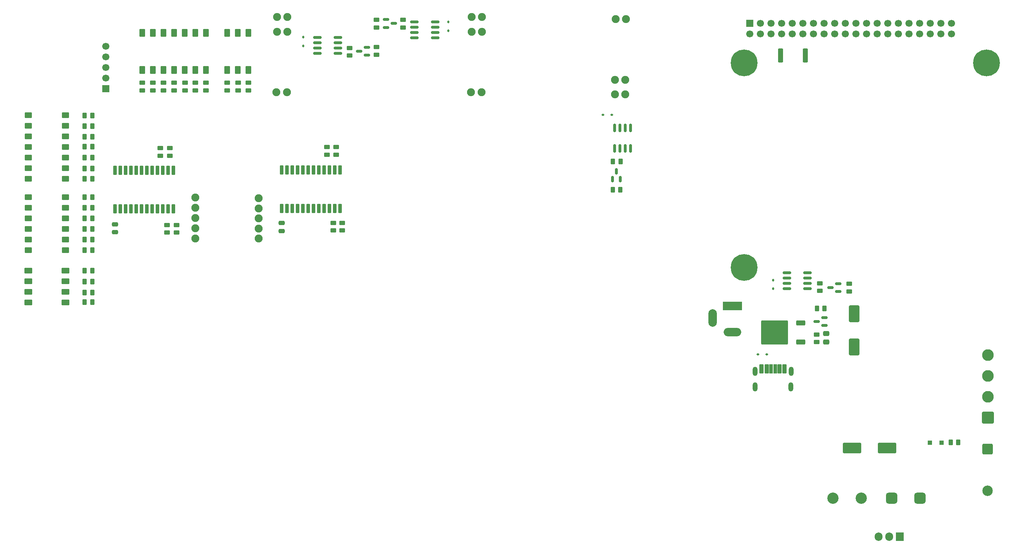
<source format=gbr>
%TF.GenerationSoftware,KiCad,Pcbnew,9.0.2*%
%TF.CreationDate,2025-05-13T16:07:20+08:00*%
%TF.ProjectId,MothBo,4d6f7468-426f-42e6-9b69-6361645f7063,5.0.0*%
%TF.SameCoordinates,Original*%
%TF.FileFunction,Soldermask,Bot*%
%TF.FilePolarity,Negative*%
%FSLAX46Y46*%
G04 Gerber Fmt 4.6, Leading zero omitted, Abs format (unit mm)*
G04 Created by KiCad (PCBNEW 9.0.2) date 2025-05-13 16:07:20*
%MOMM*%
%LPD*%
G01*
G04 APERTURE LIST*
G04 Aperture macros list*
%AMRoundRect*
0 Rectangle with rounded corners*
0 $1 Rounding radius*
0 $2 $3 $4 $5 $6 $7 $8 $9 X,Y pos of 4 corners*
0 Add a 4 corners polygon primitive as box body*
4,1,4,$2,$3,$4,$5,$6,$7,$8,$9,$2,$3,0*
0 Add four circle primitives for the rounded corners*
1,1,$1+$1,$2,$3*
1,1,$1+$1,$4,$5*
1,1,$1+$1,$6,$7*
1,1,$1+$1,$8,$9*
0 Add four rect primitives between the rounded corners*
20,1,$1+$1,$2,$3,$4,$5,0*
20,1,$1+$1,$4,$5,$6,$7,0*
20,1,$1+$1,$6,$7,$8,$9,0*
20,1,$1+$1,$8,$9,$2,$3,0*%
G04 Aperture macros list end*
%ADD10C,1.905000*%
%ADD11RoundRect,0.250000X-0.300000X-0.300000X0.300000X-0.300000X0.300000X0.300000X-0.300000X0.300000X0*%
%ADD12RoundRect,0.112500X0.112500X-0.187500X0.112500X0.187500X-0.112500X0.187500X-0.112500X-0.187500X0*%
%ADD13RoundRect,0.250000X-0.450000X0.262500X-0.450000X-0.262500X0.450000X-0.262500X0.450000X0.262500X0*%
%ADD14RoundRect,0.249997X2.950003X2.650003X-2.950003X2.650003X-2.950003X-2.650003X2.950003X-2.650003X0*%
%ADD15RoundRect,0.250000X0.850000X0.350000X-0.850000X0.350000X-0.850000X-0.350000X0.850000X-0.350000X0*%
%ADD16RoundRect,0.250000X-0.262500X-0.450000X0.262500X-0.450000X0.262500X0.450000X-0.262500X0.450000X0*%
%ADD17RoundRect,0.150000X0.587500X0.150000X-0.587500X0.150000X-0.587500X-0.150000X0.587500X-0.150000X0*%
%ADD18R,1.700000X1.700000*%
%ADD19C,1.700000*%
%ADD20RoundRect,0.250000X0.450000X-0.262500X0.450000X0.262500X-0.450000X0.262500X-0.450000X-0.262500X0*%
%ADD21RoundRect,0.250000X0.262500X0.450000X-0.262500X0.450000X-0.262500X-0.450000X0.262500X-0.450000X0*%
%ADD22RoundRect,0.250000X0.475000X-0.337500X0.475000X0.337500X-0.475000X0.337500X-0.475000X-0.337500X0*%
%ADD23RoundRect,0.112500X-0.112500X0.187500X-0.112500X-0.187500X0.112500X-0.187500X0.112500X0.187500X0*%
%ADD24RoundRect,0.150000X0.150000X-0.587500X0.150000X0.587500X-0.150000X0.587500X-0.150000X-0.587500X0*%
%ADD25RoundRect,0.112500X0.187500X0.112500X-0.187500X0.112500X-0.187500X-0.112500X0.187500X-0.112500X0*%
%ADD26RoundRect,0.102000X0.550000X-0.850000X0.550000X0.850000X-0.550000X0.850000X-0.550000X-0.850000X0*%
%ADD27RoundRect,0.102000X0.750000X0.550000X-0.750000X0.550000X-0.750000X-0.550000X0.750000X-0.550000X0*%
%ADD28RoundRect,0.250001X1.149999X-1.149999X1.149999X1.149999X-1.149999X1.149999X-1.149999X-1.149999X0*%
%ADD29C,2.800000*%
%ADD30C,6.404000*%
%ADD31RoundRect,0.250000X0.475000X-0.250000X0.475000X0.250000X-0.475000X0.250000X-0.475000X-0.250000X0*%
%ADD32RoundRect,0.150000X0.150000X-0.825000X0.150000X0.825000X-0.150000X0.825000X-0.150000X-0.825000X0*%
%ADD33R,4.600000X2.000000*%
%ADD34O,4.200000X2.000000*%
%ADD35O,2.000000X4.200000*%
%ADD36RoundRect,0.675000X0.675000X0.675000X-0.675000X0.675000X-0.675000X-0.675000X0.675000X-0.675000X0*%
%ADD37C,2.700000*%
%ADD38RoundRect,0.150000X-0.825000X-0.150000X0.825000X-0.150000X0.825000X0.150000X-0.825000X0.150000X0*%
%ADD39RoundRect,0.250000X-1.950000X-1.000000X1.950000X-1.000000X1.950000X1.000000X-1.950000X1.000000X0*%
%ADD40RoundRect,0.250000X0.362500X1.425000X-0.362500X1.425000X-0.362500X-1.425000X0.362500X-1.425000X0*%
%ADD41RoundRect,0.100500X-0.301500X1.031500X-0.301500X-1.031500X0.301500X-1.031500X0.301500X1.031500X0*%
%ADD42R,1.905000X2.000000*%
%ADD43O,1.905000X2.000000*%
%ADD44RoundRect,0.150000X0.825000X0.150000X-0.825000X0.150000X-0.825000X-0.150000X0.825000X-0.150000X0*%
%ADD45RoundRect,0.102000X0.850000X0.550000X-0.850000X0.550000X-0.850000X-0.550000X0.850000X-0.550000X0*%
%ADD46C,0.400000*%
%ADD47RoundRect,0.102000X0.350000X1.000000X-0.350000X1.000000X-0.350000X-1.000000X0.350000X-1.000000X0*%
%ADD48RoundRect,0.102000X0.380000X1.000000X-0.380000X1.000000X-0.380000X-1.000000X0.380000X-1.000000X0*%
%ADD49RoundRect,0.102000X0.400000X1.000000X-0.400000X1.000000X-0.400000X-1.000000X0.400000X-1.000000X0*%
%ADD50O,1.204000X2.204000*%
%ADD51RoundRect,0.150000X-0.587500X-0.150000X0.587500X-0.150000X0.587500X0.150000X-0.587500X0.150000X0*%
%ADD52RoundRect,0.250000X1.000000X-1.750000X1.000000X1.750000X-1.000000X1.750000X-1.000000X-1.750000X0*%
%ADD53RoundRect,0.250000X-1.000000X1.000000X-1.000000X-1.000000X1.000000X-1.000000X1.000000X1.000000X0*%
%ADD54C,2.500000*%
G04 APERTURE END LIST*
D10*
%TO.C,A1*%
X140061497Y-70753645D03*
X142561331Y-70753645D03*
X140061497Y-67235671D03*
X142561331Y-67235671D03*
X139928203Y-85258853D03*
X142416361Y-85256585D03*
%TD*%
%TO.C,A2*%
X176854864Y-82268611D03*
X174355030Y-82268611D03*
X176854864Y-85786585D03*
X174355030Y-85786585D03*
X176988158Y-67763403D03*
X174500000Y-67765671D03*
%TD*%
%TO.C,A3*%
X93500000Y-70765671D03*
X95999834Y-70765671D03*
X93500000Y-67247697D03*
X95999834Y-67247697D03*
X93366706Y-85270879D03*
X95854864Y-85268611D03*
%TD*%
D11*
%TO.C,E1*%
X249700000Y-169225671D03*
X252500000Y-169225671D03*
%TD*%
D12*
%TO.C,D36*%
X212180000Y-132373171D03*
X212180000Y-130273171D03*
%TD*%
D13*
%TO.C,R81*%
X230390000Y-131163171D03*
X230390000Y-132988171D03*
%TD*%
D14*
%TO.C,Q2*%
X212550000Y-142835671D03*
D15*
X218850000Y-140555671D03*
X218850000Y-145115671D03*
%TD*%
D16*
%TO.C,R77*%
X173852500Y-101845671D03*
X175677500Y-101845671D03*
%TD*%
D13*
%TO.C,R76*%
X117260000Y-74453171D03*
X117260000Y-76278171D03*
%TD*%
D17*
%TO.C,Q9*%
X114987500Y-74483171D03*
X114987500Y-76383171D03*
X113112500Y-75433171D03*
%TD*%
D18*
%TO.C,J5*%
X52500000Y-84385671D03*
D19*
X52500000Y-81845671D03*
X52500000Y-79305671D03*
X52500000Y-76765671D03*
X52500000Y-74225671D03*
%TD*%
D13*
%TO.C,R1*%
X222610000Y-143323171D03*
X222610000Y-145148171D03*
%TD*%
%TO.C,R47*%
X69500000Y-117073171D03*
X69500000Y-118898171D03*
%TD*%
%TO.C,R84*%
X107670000Y-98420671D03*
X107670000Y-100245671D03*
%TD*%
D20*
%TO.C,R33*%
X86680000Y-84838171D03*
X86680000Y-83013171D03*
%TD*%
D17*
%TO.C,Q3*%
X224487500Y-139255671D03*
X224487500Y-141155671D03*
X222612500Y-140205671D03*
%TD*%
D20*
%TO.C,R19*%
X84160000Y-84838171D03*
X84160000Y-83013171D03*
%TD*%
D21*
%TO.C,R35*%
X49302500Y-130662290D03*
X47477500Y-130662290D03*
%TD*%
D20*
%TO.C,R32*%
X81600000Y-84838171D03*
X81600000Y-83013171D03*
%TD*%
D21*
%TO.C,R37*%
X49302500Y-100905671D03*
X47477500Y-100905671D03*
%TD*%
D22*
%TO.C,C5*%
X224900000Y-145143171D03*
X224900000Y-143068171D03*
%TD*%
D20*
%TO.C,R30*%
X71460000Y-84838171D03*
X71460000Y-83013171D03*
%TD*%
D21*
%TO.C,R23*%
X49302500Y-98325671D03*
X47477500Y-98325671D03*
%TD*%
D23*
%TO.C,D30*%
X99790000Y-72098171D03*
X99790000Y-74198171D03*
%TD*%
D20*
%TO.C,R31*%
X76480000Y-84838171D03*
X76480000Y-83013171D03*
%TD*%
D24*
%TO.C,Q8*%
X175635000Y-106093171D03*
X173735000Y-106093171D03*
X174685000Y-104218171D03*
%TD*%
D25*
%TO.C,D29*%
X173560000Y-90685671D03*
X171460000Y-90685671D03*
%TD*%
D26*
%TO.C,SW3*%
X86690000Y-79928171D03*
X86690000Y-71028171D03*
X84150000Y-79928171D03*
X84150000Y-71028171D03*
X81610000Y-79928171D03*
X81610000Y-71028171D03*
%TD*%
D27*
%TO.C,SW6*%
X42900000Y-110415671D03*
X34000000Y-110415671D03*
X42900000Y-112955671D03*
X34000000Y-112955671D03*
X42900000Y-115495671D03*
X34000000Y-115495671D03*
X42900000Y-118035671D03*
X34000000Y-118035671D03*
X42900000Y-120575671D03*
X34000000Y-120575671D03*
X42900000Y-123115671D03*
X34000000Y-123115671D03*
%TD*%
D28*
%TO.C,U2*%
X263600000Y-163265671D03*
D29*
X263600000Y-158265671D03*
X263600000Y-153265671D03*
X263600000Y-148265671D03*
%TD*%
D30*
%TO.C,U4*%
X263237500Y-78263171D03*
X205237500Y-78263171D03*
X205237500Y-127263171D03*
%TD*%
D31*
%TO.C,C18*%
X94620000Y-118535671D03*
X94620000Y-116635671D03*
%TD*%
D20*
%TO.C,R78*%
X110852500Y-76470671D03*
X110852500Y-74645671D03*
%TD*%
D32*
%TO.C,U8*%
X178095000Y-98730671D03*
X176825000Y-98730671D03*
X175555000Y-98730671D03*
X174285000Y-98730671D03*
X174285000Y-93780671D03*
X175555000Y-93780671D03*
X176825000Y-93780671D03*
X178095000Y-93780671D03*
%TD*%
D21*
%TO.C,R36*%
X49302500Y-105985671D03*
X47477500Y-105985671D03*
%TD*%
D33*
%TO.C,J7*%
X202500000Y-136465671D03*
D34*
X202500000Y-142765671D03*
D35*
X197700000Y-139365671D03*
%TD*%
D23*
%TO.C,D31*%
X134490000Y-68455671D03*
X134490000Y-70555671D03*
%TD*%
D20*
%TO.C,R80*%
X117260000Y-69748171D03*
X117260000Y-67923171D03*
%TD*%
D13*
%TO.C,R82*%
X123690000Y-67913171D03*
X123690000Y-69738171D03*
%TD*%
D36*
%TO.C,F1*%
X247330000Y-182515671D03*
X240570000Y-182515671D03*
D37*
X233290000Y-182515671D03*
X226530000Y-182515671D03*
%TD*%
D21*
%TO.C,R2*%
X224522500Y-137065671D03*
X222697500Y-137065671D03*
%TD*%
%TO.C,R75*%
X175657500Y-108665671D03*
X173832500Y-108665671D03*
%TD*%
%TO.C,R22*%
X49302500Y-103565671D03*
X47477500Y-103565671D03*
%TD*%
D38*
%TO.C,U11*%
X126365000Y-72250671D03*
X126365000Y-70980671D03*
X126365000Y-69710671D03*
X126365000Y-68440671D03*
X131315000Y-68440671D03*
X131315000Y-69710671D03*
X131315000Y-70980671D03*
X131315000Y-72250671D03*
%TD*%
D21*
%TO.C,R34*%
X49302500Y-135585671D03*
X47477500Y-135585671D03*
%TD*%
D18*
%TO.C,U3*%
X206600000Y-68765671D03*
D19*
X206600000Y-71305671D03*
X209140000Y-68765671D03*
X209140000Y-71305671D03*
X211680000Y-68765671D03*
X211680000Y-71305671D03*
X214220000Y-68765671D03*
X214220000Y-71305671D03*
X216760000Y-68765671D03*
X216760000Y-71305671D03*
X219300000Y-68765671D03*
X219300000Y-71305671D03*
X221840000Y-68765671D03*
X221840000Y-71305671D03*
X224380000Y-68765671D03*
X224380000Y-71305671D03*
X226920000Y-68765671D03*
X226920000Y-71305671D03*
X229460000Y-68765671D03*
X229460000Y-71305671D03*
X232000000Y-68765671D03*
X232000000Y-71305671D03*
X234540000Y-68765671D03*
X234540000Y-71305671D03*
X237080000Y-68765671D03*
X237080000Y-71305671D03*
X239620000Y-68765671D03*
X239620000Y-71305671D03*
X242160000Y-68765671D03*
X242160000Y-71305671D03*
X244700000Y-68765671D03*
X244700000Y-71305671D03*
X247240000Y-68765671D03*
X247240000Y-71305671D03*
X249780000Y-68765671D03*
X249780000Y-71305671D03*
X252320000Y-68765671D03*
X252320000Y-71305671D03*
X254860000Y-68765671D03*
X254860000Y-71305671D03*
%TD*%
D21*
%TO.C,R42*%
X49302500Y-112995671D03*
X47477500Y-112995671D03*
%TD*%
%TO.C,R39*%
X49302500Y-90825671D03*
X47477500Y-90825671D03*
%TD*%
D20*
%TO.C,R86*%
X109110000Y-118398171D03*
X109110000Y-116573171D03*
%TD*%
D21*
%TO.C,R24*%
X49302500Y-93365671D03*
X47477500Y-93365671D03*
%TD*%
D20*
%TO.C,R18*%
X73990000Y-84838171D03*
X73990000Y-83013171D03*
%TD*%
D39*
%TO.C,C1*%
X231080000Y-170525671D03*
X239480000Y-170525671D03*
%TD*%
D21*
%TO.C,R38*%
X49302500Y-95935671D03*
X47477500Y-95935671D03*
%TD*%
D13*
%TO.C,R83*%
X105480000Y-98420671D03*
X105480000Y-100245671D03*
%TD*%
D40*
%TO.C,RJ1*%
X219892500Y-76465671D03*
X213967500Y-76465671D03*
%TD*%
D41*
%TO.C,U12*%
X94645000Y-103873171D03*
X95915000Y-103873171D03*
X97185000Y-103873171D03*
X98455000Y-103873171D03*
X99725000Y-103873171D03*
X100995000Y-103873171D03*
X102265000Y-103873171D03*
X103535000Y-103873171D03*
X104805000Y-103873171D03*
X106075000Y-103873171D03*
X107345000Y-103873171D03*
X108615000Y-103873171D03*
X108615000Y-113153171D03*
X107345000Y-113153171D03*
X106075000Y-113153171D03*
X104805000Y-113153171D03*
X103535000Y-113153171D03*
X102265000Y-113153171D03*
X100995000Y-113153171D03*
X99725000Y-113153171D03*
X98455000Y-113153171D03*
X97185000Y-113153171D03*
X95915000Y-113153171D03*
X94645000Y-113153171D03*
%TD*%
D42*
%TO.C,Q1*%
X242500000Y-191765671D03*
D43*
X239960000Y-191765671D03*
X237420000Y-191765671D03*
%TD*%
D20*
%TO.C,R28*%
X61230000Y-84838171D03*
X61230000Y-83013171D03*
%TD*%
D44*
%TO.C,U9*%
X108067500Y-72108171D03*
X108067500Y-73378171D03*
X108067500Y-74648171D03*
X108067500Y-75918171D03*
X103117500Y-75918171D03*
X103117500Y-74648171D03*
X103117500Y-73378171D03*
X103117500Y-72108171D03*
%TD*%
D31*
%TO.C,C13*%
X54710000Y-118835671D03*
X54710000Y-116935671D03*
%TD*%
D20*
%TO.C,R29*%
X66320000Y-84838171D03*
X66320000Y-83013171D03*
%TD*%
D45*
%TO.C,SW4*%
X42900000Y-127985671D03*
X34000000Y-127985671D03*
X42900000Y-130525671D03*
X34000000Y-130525671D03*
X42900000Y-133065671D03*
X34000000Y-133065671D03*
X42900000Y-135605671D03*
X34000000Y-135605671D03*
%TD*%
D20*
%TO.C,R50*%
X65600000Y-100498171D03*
X65600000Y-98673171D03*
%TD*%
D26*
%TO.C,SW2*%
X76510000Y-79958171D03*
X76510000Y-71058171D03*
X73970000Y-79958171D03*
X73970000Y-71058171D03*
X71430000Y-79958171D03*
X71430000Y-71058171D03*
X68890000Y-79958171D03*
X68890000Y-71058171D03*
X66350000Y-79958171D03*
X66350000Y-71058171D03*
X63810000Y-79958171D03*
X63810000Y-71058171D03*
X61270000Y-79958171D03*
X61270000Y-71058171D03*
%TD*%
D13*
%TO.C,R48*%
X67210000Y-117073171D03*
X67210000Y-118898171D03*
%TD*%
D46*
%TO.C,J2*%
X216500000Y-156265671D03*
X216500000Y-156165671D03*
X216500000Y-156115671D03*
X216500000Y-156015671D03*
X216500000Y-155815671D03*
X216500000Y-155715671D03*
X216500000Y-155665671D03*
X216500000Y-155565671D03*
X216500000Y-152465671D03*
X216500000Y-152365671D03*
X216500000Y-152315671D03*
X216500000Y-152215671D03*
X216500000Y-152015671D03*
X216500000Y-151915671D03*
X216500000Y-151865671D03*
X216500000Y-151765671D03*
X207860000Y-156265671D03*
X207860000Y-156165671D03*
X207860000Y-156115671D03*
X207860000Y-156015671D03*
X207860000Y-155815671D03*
X207860000Y-155715671D03*
X207860000Y-155665671D03*
X207860000Y-155615671D03*
X207860000Y-152465671D03*
X207860000Y-152415671D03*
X207860000Y-152315671D03*
X207860000Y-152015671D03*
X207860000Y-151915671D03*
X207860000Y-151865671D03*
X207860000Y-151765671D03*
D47*
X212680000Y-151565671D03*
D48*
X210660000Y-151565671D03*
D49*
X209430000Y-151565671D03*
D47*
X211680000Y-151565671D03*
D48*
X213700000Y-151565671D03*
D49*
X214930000Y-151565671D03*
D50*
X216480000Y-155915671D03*
X207880000Y-155915671D03*
X207880000Y-152115671D03*
X216500000Y-152115671D03*
%TD*%
D21*
%TO.C,R25*%
X49302500Y-120575671D03*
X47477500Y-120575671D03*
%TD*%
D44*
%TO.C,U10*%
X220456250Y-128555671D03*
X220456250Y-129825671D03*
X220456250Y-131095671D03*
X220456250Y-132365671D03*
X215506250Y-132365671D03*
X215506250Y-131095671D03*
X215506250Y-129825671D03*
X215506250Y-128555671D03*
%TD*%
D21*
%TO.C,R20*%
X49302500Y-133268909D03*
X47477500Y-133268909D03*
%TD*%
D51*
%TO.C,Q11*%
X119552500Y-69735671D03*
X119552500Y-67835671D03*
X121427500Y-68785671D03*
%TD*%
D20*
%TO.C,R79*%
X223401250Y-132878171D03*
X223401250Y-131053171D03*
%TD*%
D25*
%TO.C,E3*%
X210660000Y-148055671D03*
X208560000Y-148055671D03*
%TD*%
D41*
%TO.C,U13*%
X54705000Y-103963171D03*
X55975000Y-103963171D03*
X57245000Y-103963171D03*
X58515000Y-103963171D03*
X59785000Y-103963171D03*
X61055000Y-103963171D03*
X62325000Y-103963171D03*
X63595000Y-103963171D03*
X64865000Y-103963171D03*
X66135000Y-103963171D03*
X67405000Y-103963171D03*
X68675000Y-103963171D03*
X68675000Y-113243171D03*
X67405000Y-113243171D03*
X66135000Y-113243171D03*
X64865000Y-113243171D03*
X63595000Y-113243171D03*
X62325000Y-113243171D03*
X61055000Y-113243171D03*
X59785000Y-113243171D03*
X58515000Y-113243171D03*
X57245000Y-113243171D03*
X55975000Y-113243171D03*
X54705000Y-113243171D03*
%TD*%
D21*
%TO.C,R26*%
X49302500Y-115485671D03*
X47477500Y-115485671D03*
%TD*%
D20*
%TO.C,R17*%
X68890000Y-84838171D03*
X68890000Y-83013171D03*
%TD*%
%TO.C,R85*%
X106970000Y-118388171D03*
X106970000Y-116563171D03*
%TD*%
D52*
%TO.C,C4*%
X231630000Y-146335671D03*
X231630000Y-138335671D03*
%TD*%
D10*
%TO.C,J4*%
X73949320Y-110538019D03*
X89133849Y-113119451D03*
X73949320Y-120307866D03*
X89133849Y-110705332D03*
X73949320Y-115422942D03*
X89133849Y-115533570D03*
X89133849Y-117947689D03*
X89133849Y-120361808D03*
X73949320Y-117865404D03*
X73949320Y-112980481D03*
%TD*%
D20*
%TO.C,R16*%
X63750000Y-84838171D03*
X63750000Y-83013171D03*
%TD*%
D53*
%TO.C,J1*%
X263500000Y-170765671D03*
D54*
X263500000Y-180765671D03*
%TD*%
D21*
%TO.C,R3*%
X256522500Y-169215671D03*
X254697500Y-169215671D03*
%TD*%
%TO.C,R27*%
X49302500Y-110455671D03*
X47477500Y-110455671D03*
%TD*%
D17*
%TO.C,Q10*%
X227817500Y-131163171D03*
X227817500Y-133063171D03*
X225942500Y-132113171D03*
%TD*%
D20*
%TO.C,R49*%
X67830000Y-100488171D03*
X67830000Y-98663171D03*
%TD*%
D21*
%TO.C,R21*%
X49302500Y-128055671D03*
X47477500Y-128055671D03*
%TD*%
D27*
%TO.C,SW5*%
X42900000Y-90765671D03*
X34000000Y-90765671D03*
X42900000Y-93305671D03*
X34000000Y-93305671D03*
X42900000Y-95845671D03*
X34000000Y-95845671D03*
X42900000Y-98385671D03*
X34000000Y-98385671D03*
X42900000Y-100925671D03*
X34000000Y-100925671D03*
X42900000Y-103465671D03*
X34000000Y-103465671D03*
X42900000Y-106005671D03*
X34000000Y-106005671D03*
%TD*%
D21*
%TO.C,R41*%
X49302500Y-118045671D03*
X47477500Y-118045671D03*
%TD*%
%TO.C,R40*%
X49302500Y-123105671D03*
X47477500Y-123105671D03*
%TD*%
M02*

</source>
